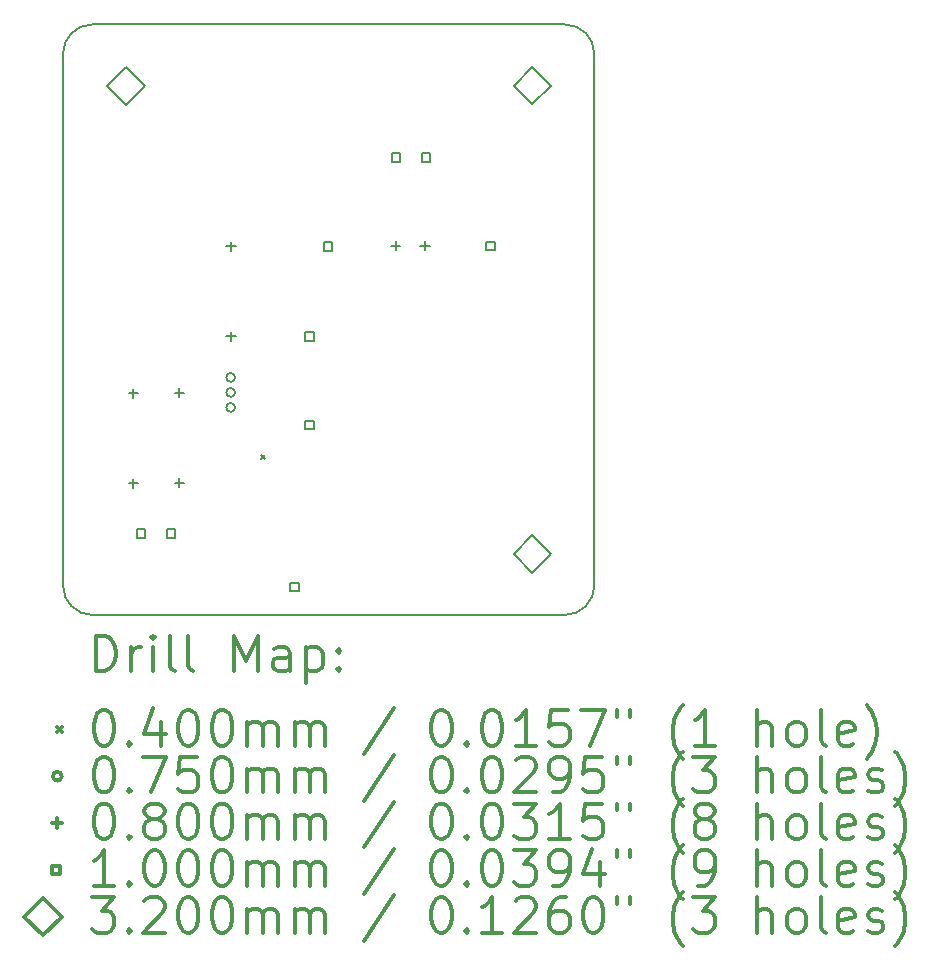
<source format=gbr>
%FSLAX45Y45*%
G04 Gerber Fmt 4.5, Leading zero omitted, Abs format (unit mm)*
G04 Created by KiCad (PCBNEW (5.1.10)-1) date 2023-08-02 14:22:00*
%MOMM*%
%LPD*%
G01*
G04 APERTURE LIST*
%TA.AperFunction,Profile*%
%ADD10C,0.200000*%
%TD*%
%ADD11C,0.200000*%
%ADD12C,0.300000*%
G04 APERTURE END LIST*
D10*
X22489160Y-6578600D02*
G75*
G02*
X22739160Y-6828600I0J-250000D01*
G01*
X18489160Y-11578600D02*
X22489160Y-11578600D01*
X22739160Y-11328600D02*
G75*
G02*
X22489160Y-11578600I-250000J0D01*
G01*
X18239160Y-6828600D02*
X18239160Y-11328600D01*
X22739160Y-11328600D02*
X22739160Y-6828600D01*
X18239160Y-6828600D02*
G75*
G02*
X18489160Y-6578600I250000J0D01*
G01*
X18489160Y-11578600D02*
G75*
G02*
X18239160Y-11328600I0J250000D01*
G01*
X22489160Y-6578600D02*
X18489160Y-6578600D01*
D11*
X19913920Y-10221280D02*
X19953920Y-10261280D01*
X19953920Y-10221280D02*
X19913920Y-10261280D01*
X19697100Y-9568180D02*
G75*
G03*
X19697100Y-9568180I-37500J0D01*
G01*
X19697100Y-9695180D02*
G75*
G03*
X19697100Y-9695180I-37500J0D01*
G01*
X19697100Y-9822180D02*
G75*
G03*
X19697100Y-9822180I-37500J0D01*
G01*
X18836640Y-9662800D02*
X18836640Y-9742800D01*
X18796640Y-9702800D02*
X18876640Y-9702800D01*
X18836640Y-10424800D02*
X18836640Y-10504800D01*
X18796640Y-10464800D02*
X18876640Y-10464800D01*
X19225260Y-9657720D02*
X19225260Y-9737720D01*
X19185260Y-9697720D02*
X19265260Y-9697720D01*
X19225260Y-10419720D02*
X19225260Y-10499720D01*
X19185260Y-10459720D02*
X19265260Y-10459720D01*
X19662140Y-8418200D02*
X19662140Y-8498200D01*
X19622140Y-8458200D02*
X19702140Y-8458200D01*
X19662140Y-9180200D02*
X19662140Y-9260200D01*
X19622140Y-9220200D02*
X19702140Y-9220200D01*
X21056600Y-8413120D02*
X21056600Y-8493120D01*
X21016600Y-8453120D02*
X21096600Y-8453120D01*
X21306600Y-8413120D02*
X21306600Y-8493120D01*
X21266600Y-8453120D02*
X21346600Y-8453120D01*
X18935496Y-10924336D02*
X18935496Y-10853624D01*
X18864784Y-10853624D01*
X18864784Y-10924336D01*
X18935496Y-10924336D01*
X19189496Y-10924336D02*
X19189496Y-10853624D01*
X19118784Y-10853624D01*
X19118784Y-10924336D01*
X19189496Y-10924336D01*
X20235976Y-11376456D02*
X20235976Y-11305744D01*
X20165264Y-11305744D01*
X20165264Y-11376456D01*
X20235976Y-11376456D01*
X20362976Y-9255556D02*
X20362976Y-9184844D01*
X20292264Y-9184844D01*
X20292264Y-9255556D01*
X20362976Y-9255556D01*
X20362976Y-10005556D02*
X20362976Y-9934844D01*
X20292264Y-9934844D01*
X20292264Y-10005556D01*
X20362976Y-10005556D01*
X20520456Y-8496096D02*
X20520456Y-8425384D01*
X20449744Y-8425384D01*
X20449744Y-8496096D01*
X20520456Y-8496096D01*
X21097036Y-7741716D02*
X21097036Y-7671004D01*
X21026324Y-7671004D01*
X21026324Y-7741716D01*
X21097036Y-7741716D01*
X21351036Y-7741716D02*
X21351036Y-7671004D01*
X21280324Y-7671004D01*
X21280324Y-7741716D01*
X21351036Y-7741716D01*
X21894596Y-8491016D02*
X21894596Y-8420304D01*
X21823884Y-8420304D01*
X21823884Y-8491016D01*
X21894596Y-8491016D01*
X18770600Y-7261840D02*
X18930600Y-7101840D01*
X18770600Y-6941840D01*
X18610600Y-7101840D01*
X18770600Y-7261840D01*
X22214840Y-7256760D02*
X22374840Y-7096760D01*
X22214840Y-6936760D01*
X22054840Y-7096760D01*
X22214840Y-7256760D01*
X22214840Y-11224240D02*
X22374840Y-11064240D01*
X22214840Y-10904240D01*
X22054840Y-11064240D01*
X22214840Y-11224240D01*
D12*
X18515588Y-12054314D02*
X18515588Y-11754314D01*
X18587017Y-11754314D01*
X18629874Y-11768600D01*
X18658446Y-11797171D01*
X18672731Y-11825743D01*
X18687017Y-11882886D01*
X18687017Y-11925743D01*
X18672731Y-11982886D01*
X18658446Y-12011457D01*
X18629874Y-12040029D01*
X18587017Y-12054314D01*
X18515588Y-12054314D01*
X18815588Y-12054314D02*
X18815588Y-11854314D01*
X18815588Y-11911457D02*
X18829874Y-11882886D01*
X18844160Y-11868600D01*
X18872731Y-11854314D01*
X18901303Y-11854314D01*
X19001303Y-12054314D02*
X19001303Y-11854314D01*
X19001303Y-11754314D02*
X18987017Y-11768600D01*
X19001303Y-11782886D01*
X19015588Y-11768600D01*
X19001303Y-11754314D01*
X19001303Y-11782886D01*
X19187017Y-12054314D02*
X19158446Y-12040029D01*
X19144160Y-12011457D01*
X19144160Y-11754314D01*
X19344160Y-12054314D02*
X19315588Y-12040029D01*
X19301303Y-12011457D01*
X19301303Y-11754314D01*
X19687017Y-12054314D02*
X19687017Y-11754314D01*
X19787017Y-11968600D01*
X19887017Y-11754314D01*
X19887017Y-12054314D01*
X20158446Y-12054314D02*
X20158446Y-11897171D01*
X20144160Y-11868600D01*
X20115588Y-11854314D01*
X20058446Y-11854314D01*
X20029874Y-11868600D01*
X20158446Y-12040029D02*
X20129874Y-12054314D01*
X20058446Y-12054314D01*
X20029874Y-12040029D01*
X20015588Y-12011457D01*
X20015588Y-11982886D01*
X20029874Y-11954314D01*
X20058446Y-11940029D01*
X20129874Y-11940029D01*
X20158446Y-11925743D01*
X20301303Y-11854314D02*
X20301303Y-12154314D01*
X20301303Y-11868600D02*
X20329874Y-11854314D01*
X20387017Y-11854314D01*
X20415588Y-11868600D01*
X20429874Y-11882886D01*
X20444160Y-11911457D01*
X20444160Y-11997171D01*
X20429874Y-12025743D01*
X20415588Y-12040029D01*
X20387017Y-12054314D01*
X20329874Y-12054314D01*
X20301303Y-12040029D01*
X20572731Y-12025743D02*
X20587017Y-12040029D01*
X20572731Y-12054314D01*
X20558446Y-12040029D01*
X20572731Y-12025743D01*
X20572731Y-12054314D01*
X20572731Y-11868600D02*
X20587017Y-11882886D01*
X20572731Y-11897171D01*
X20558446Y-11882886D01*
X20572731Y-11868600D01*
X20572731Y-11897171D01*
X18189160Y-12528600D02*
X18229160Y-12568600D01*
X18229160Y-12528600D02*
X18189160Y-12568600D01*
X18572731Y-12384314D02*
X18601303Y-12384314D01*
X18629874Y-12398600D01*
X18644160Y-12412886D01*
X18658446Y-12441457D01*
X18672731Y-12498600D01*
X18672731Y-12570029D01*
X18658446Y-12627171D01*
X18644160Y-12655743D01*
X18629874Y-12670029D01*
X18601303Y-12684314D01*
X18572731Y-12684314D01*
X18544160Y-12670029D01*
X18529874Y-12655743D01*
X18515588Y-12627171D01*
X18501303Y-12570029D01*
X18501303Y-12498600D01*
X18515588Y-12441457D01*
X18529874Y-12412886D01*
X18544160Y-12398600D01*
X18572731Y-12384314D01*
X18801303Y-12655743D02*
X18815588Y-12670029D01*
X18801303Y-12684314D01*
X18787017Y-12670029D01*
X18801303Y-12655743D01*
X18801303Y-12684314D01*
X19072731Y-12484314D02*
X19072731Y-12684314D01*
X19001303Y-12370029D02*
X18929874Y-12584314D01*
X19115588Y-12584314D01*
X19287017Y-12384314D02*
X19315588Y-12384314D01*
X19344160Y-12398600D01*
X19358446Y-12412886D01*
X19372731Y-12441457D01*
X19387017Y-12498600D01*
X19387017Y-12570029D01*
X19372731Y-12627171D01*
X19358446Y-12655743D01*
X19344160Y-12670029D01*
X19315588Y-12684314D01*
X19287017Y-12684314D01*
X19258446Y-12670029D01*
X19244160Y-12655743D01*
X19229874Y-12627171D01*
X19215588Y-12570029D01*
X19215588Y-12498600D01*
X19229874Y-12441457D01*
X19244160Y-12412886D01*
X19258446Y-12398600D01*
X19287017Y-12384314D01*
X19572731Y-12384314D02*
X19601303Y-12384314D01*
X19629874Y-12398600D01*
X19644160Y-12412886D01*
X19658446Y-12441457D01*
X19672731Y-12498600D01*
X19672731Y-12570029D01*
X19658446Y-12627171D01*
X19644160Y-12655743D01*
X19629874Y-12670029D01*
X19601303Y-12684314D01*
X19572731Y-12684314D01*
X19544160Y-12670029D01*
X19529874Y-12655743D01*
X19515588Y-12627171D01*
X19501303Y-12570029D01*
X19501303Y-12498600D01*
X19515588Y-12441457D01*
X19529874Y-12412886D01*
X19544160Y-12398600D01*
X19572731Y-12384314D01*
X19801303Y-12684314D02*
X19801303Y-12484314D01*
X19801303Y-12512886D02*
X19815588Y-12498600D01*
X19844160Y-12484314D01*
X19887017Y-12484314D01*
X19915588Y-12498600D01*
X19929874Y-12527171D01*
X19929874Y-12684314D01*
X19929874Y-12527171D02*
X19944160Y-12498600D01*
X19972731Y-12484314D01*
X20015588Y-12484314D01*
X20044160Y-12498600D01*
X20058446Y-12527171D01*
X20058446Y-12684314D01*
X20201303Y-12684314D02*
X20201303Y-12484314D01*
X20201303Y-12512886D02*
X20215588Y-12498600D01*
X20244160Y-12484314D01*
X20287017Y-12484314D01*
X20315588Y-12498600D01*
X20329874Y-12527171D01*
X20329874Y-12684314D01*
X20329874Y-12527171D02*
X20344160Y-12498600D01*
X20372731Y-12484314D01*
X20415588Y-12484314D01*
X20444160Y-12498600D01*
X20458446Y-12527171D01*
X20458446Y-12684314D01*
X21044160Y-12370029D02*
X20787017Y-12755743D01*
X21429874Y-12384314D02*
X21458446Y-12384314D01*
X21487017Y-12398600D01*
X21501303Y-12412886D01*
X21515588Y-12441457D01*
X21529874Y-12498600D01*
X21529874Y-12570029D01*
X21515588Y-12627171D01*
X21501303Y-12655743D01*
X21487017Y-12670029D01*
X21458446Y-12684314D01*
X21429874Y-12684314D01*
X21401303Y-12670029D01*
X21387017Y-12655743D01*
X21372731Y-12627171D01*
X21358446Y-12570029D01*
X21358446Y-12498600D01*
X21372731Y-12441457D01*
X21387017Y-12412886D01*
X21401303Y-12398600D01*
X21429874Y-12384314D01*
X21658446Y-12655743D02*
X21672731Y-12670029D01*
X21658446Y-12684314D01*
X21644160Y-12670029D01*
X21658446Y-12655743D01*
X21658446Y-12684314D01*
X21858446Y-12384314D02*
X21887017Y-12384314D01*
X21915588Y-12398600D01*
X21929874Y-12412886D01*
X21944160Y-12441457D01*
X21958446Y-12498600D01*
X21958446Y-12570029D01*
X21944160Y-12627171D01*
X21929874Y-12655743D01*
X21915588Y-12670029D01*
X21887017Y-12684314D01*
X21858446Y-12684314D01*
X21829874Y-12670029D01*
X21815588Y-12655743D01*
X21801303Y-12627171D01*
X21787017Y-12570029D01*
X21787017Y-12498600D01*
X21801303Y-12441457D01*
X21815588Y-12412886D01*
X21829874Y-12398600D01*
X21858446Y-12384314D01*
X22244160Y-12684314D02*
X22072731Y-12684314D01*
X22158446Y-12684314D02*
X22158446Y-12384314D01*
X22129874Y-12427171D01*
X22101303Y-12455743D01*
X22072731Y-12470029D01*
X22515588Y-12384314D02*
X22372731Y-12384314D01*
X22358446Y-12527171D01*
X22372731Y-12512886D01*
X22401303Y-12498600D01*
X22472731Y-12498600D01*
X22501303Y-12512886D01*
X22515588Y-12527171D01*
X22529874Y-12555743D01*
X22529874Y-12627171D01*
X22515588Y-12655743D01*
X22501303Y-12670029D01*
X22472731Y-12684314D01*
X22401303Y-12684314D01*
X22372731Y-12670029D01*
X22358446Y-12655743D01*
X22629874Y-12384314D02*
X22829874Y-12384314D01*
X22701303Y-12684314D01*
X22929874Y-12384314D02*
X22929874Y-12441457D01*
X23044160Y-12384314D02*
X23044160Y-12441457D01*
X23487017Y-12798600D02*
X23472731Y-12784314D01*
X23444160Y-12741457D01*
X23429874Y-12712886D01*
X23415588Y-12670029D01*
X23401303Y-12598600D01*
X23401303Y-12541457D01*
X23415588Y-12470029D01*
X23429874Y-12427171D01*
X23444160Y-12398600D01*
X23472731Y-12355743D01*
X23487017Y-12341457D01*
X23758446Y-12684314D02*
X23587017Y-12684314D01*
X23672731Y-12684314D02*
X23672731Y-12384314D01*
X23644160Y-12427171D01*
X23615588Y-12455743D01*
X23587017Y-12470029D01*
X24115588Y-12684314D02*
X24115588Y-12384314D01*
X24244160Y-12684314D02*
X24244160Y-12527171D01*
X24229874Y-12498600D01*
X24201303Y-12484314D01*
X24158446Y-12484314D01*
X24129874Y-12498600D01*
X24115588Y-12512886D01*
X24429874Y-12684314D02*
X24401303Y-12670029D01*
X24387017Y-12655743D01*
X24372731Y-12627171D01*
X24372731Y-12541457D01*
X24387017Y-12512886D01*
X24401303Y-12498600D01*
X24429874Y-12484314D01*
X24472731Y-12484314D01*
X24501303Y-12498600D01*
X24515588Y-12512886D01*
X24529874Y-12541457D01*
X24529874Y-12627171D01*
X24515588Y-12655743D01*
X24501303Y-12670029D01*
X24472731Y-12684314D01*
X24429874Y-12684314D01*
X24701303Y-12684314D02*
X24672731Y-12670029D01*
X24658446Y-12641457D01*
X24658446Y-12384314D01*
X24929874Y-12670029D02*
X24901303Y-12684314D01*
X24844160Y-12684314D01*
X24815588Y-12670029D01*
X24801303Y-12641457D01*
X24801303Y-12527171D01*
X24815588Y-12498600D01*
X24844160Y-12484314D01*
X24901303Y-12484314D01*
X24929874Y-12498600D01*
X24944160Y-12527171D01*
X24944160Y-12555743D01*
X24801303Y-12584314D01*
X25044160Y-12798600D02*
X25058446Y-12784314D01*
X25087017Y-12741457D01*
X25101303Y-12712886D01*
X25115588Y-12670029D01*
X25129874Y-12598600D01*
X25129874Y-12541457D01*
X25115588Y-12470029D01*
X25101303Y-12427171D01*
X25087017Y-12398600D01*
X25058446Y-12355743D01*
X25044160Y-12341457D01*
X18229160Y-12944600D02*
G75*
G03*
X18229160Y-12944600I-37500J0D01*
G01*
X18572731Y-12780314D02*
X18601303Y-12780314D01*
X18629874Y-12794600D01*
X18644160Y-12808886D01*
X18658446Y-12837457D01*
X18672731Y-12894600D01*
X18672731Y-12966029D01*
X18658446Y-13023171D01*
X18644160Y-13051743D01*
X18629874Y-13066029D01*
X18601303Y-13080314D01*
X18572731Y-13080314D01*
X18544160Y-13066029D01*
X18529874Y-13051743D01*
X18515588Y-13023171D01*
X18501303Y-12966029D01*
X18501303Y-12894600D01*
X18515588Y-12837457D01*
X18529874Y-12808886D01*
X18544160Y-12794600D01*
X18572731Y-12780314D01*
X18801303Y-13051743D02*
X18815588Y-13066029D01*
X18801303Y-13080314D01*
X18787017Y-13066029D01*
X18801303Y-13051743D01*
X18801303Y-13080314D01*
X18915588Y-12780314D02*
X19115588Y-12780314D01*
X18987017Y-13080314D01*
X19372731Y-12780314D02*
X19229874Y-12780314D01*
X19215588Y-12923171D01*
X19229874Y-12908886D01*
X19258446Y-12894600D01*
X19329874Y-12894600D01*
X19358446Y-12908886D01*
X19372731Y-12923171D01*
X19387017Y-12951743D01*
X19387017Y-13023171D01*
X19372731Y-13051743D01*
X19358446Y-13066029D01*
X19329874Y-13080314D01*
X19258446Y-13080314D01*
X19229874Y-13066029D01*
X19215588Y-13051743D01*
X19572731Y-12780314D02*
X19601303Y-12780314D01*
X19629874Y-12794600D01*
X19644160Y-12808886D01*
X19658446Y-12837457D01*
X19672731Y-12894600D01*
X19672731Y-12966029D01*
X19658446Y-13023171D01*
X19644160Y-13051743D01*
X19629874Y-13066029D01*
X19601303Y-13080314D01*
X19572731Y-13080314D01*
X19544160Y-13066029D01*
X19529874Y-13051743D01*
X19515588Y-13023171D01*
X19501303Y-12966029D01*
X19501303Y-12894600D01*
X19515588Y-12837457D01*
X19529874Y-12808886D01*
X19544160Y-12794600D01*
X19572731Y-12780314D01*
X19801303Y-13080314D02*
X19801303Y-12880314D01*
X19801303Y-12908886D02*
X19815588Y-12894600D01*
X19844160Y-12880314D01*
X19887017Y-12880314D01*
X19915588Y-12894600D01*
X19929874Y-12923171D01*
X19929874Y-13080314D01*
X19929874Y-12923171D02*
X19944160Y-12894600D01*
X19972731Y-12880314D01*
X20015588Y-12880314D01*
X20044160Y-12894600D01*
X20058446Y-12923171D01*
X20058446Y-13080314D01*
X20201303Y-13080314D02*
X20201303Y-12880314D01*
X20201303Y-12908886D02*
X20215588Y-12894600D01*
X20244160Y-12880314D01*
X20287017Y-12880314D01*
X20315588Y-12894600D01*
X20329874Y-12923171D01*
X20329874Y-13080314D01*
X20329874Y-12923171D02*
X20344160Y-12894600D01*
X20372731Y-12880314D01*
X20415588Y-12880314D01*
X20444160Y-12894600D01*
X20458446Y-12923171D01*
X20458446Y-13080314D01*
X21044160Y-12766029D02*
X20787017Y-13151743D01*
X21429874Y-12780314D02*
X21458446Y-12780314D01*
X21487017Y-12794600D01*
X21501303Y-12808886D01*
X21515588Y-12837457D01*
X21529874Y-12894600D01*
X21529874Y-12966029D01*
X21515588Y-13023171D01*
X21501303Y-13051743D01*
X21487017Y-13066029D01*
X21458446Y-13080314D01*
X21429874Y-13080314D01*
X21401303Y-13066029D01*
X21387017Y-13051743D01*
X21372731Y-13023171D01*
X21358446Y-12966029D01*
X21358446Y-12894600D01*
X21372731Y-12837457D01*
X21387017Y-12808886D01*
X21401303Y-12794600D01*
X21429874Y-12780314D01*
X21658446Y-13051743D02*
X21672731Y-13066029D01*
X21658446Y-13080314D01*
X21644160Y-13066029D01*
X21658446Y-13051743D01*
X21658446Y-13080314D01*
X21858446Y-12780314D02*
X21887017Y-12780314D01*
X21915588Y-12794600D01*
X21929874Y-12808886D01*
X21944160Y-12837457D01*
X21958446Y-12894600D01*
X21958446Y-12966029D01*
X21944160Y-13023171D01*
X21929874Y-13051743D01*
X21915588Y-13066029D01*
X21887017Y-13080314D01*
X21858446Y-13080314D01*
X21829874Y-13066029D01*
X21815588Y-13051743D01*
X21801303Y-13023171D01*
X21787017Y-12966029D01*
X21787017Y-12894600D01*
X21801303Y-12837457D01*
X21815588Y-12808886D01*
X21829874Y-12794600D01*
X21858446Y-12780314D01*
X22072731Y-12808886D02*
X22087017Y-12794600D01*
X22115588Y-12780314D01*
X22187017Y-12780314D01*
X22215588Y-12794600D01*
X22229874Y-12808886D01*
X22244160Y-12837457D01*
X22244160Y-12866029D01*
X22229874Y-12908886D01*
X22058446Y-13080314D01*
X22244160Y-13080314D01*
X22387017Y-13080314D02*
X22444160Y-13080314D01*
X22472731Y-13066029D01*
X22487017Y-13051743D01*
X22515588Y-13008886D01*
X22529874Y-12951743D01*
X22529874Y-12837457D01*
X22515588Y-12808886D01*
X22501303Y-12794600D01*
X22472731Y-12780314D01*
X22415588Y-12780314D01*
X22387017Y-12794600D01*
X22372731Y-12808886D01*
X22358446Y-12837457D01*
X22358446Y-12908886D01*
X22372731Y-12937457D01*
X22387017Y-12951743D01*
X22415588Y-12966029D01*
X22472731Y-12966029D01*
X22501303Y-12951743D01*
X22515588Y-12937457D01*
X22529874Y-12908886D01*
X22801303Y-12780314D02*
X22658446Y-12780314D01*
X22644160Y-12923171D01*
X22658446Y-12908886D01*
X22687017Y-12894600D01*
X22758446Y-12894600D01*
X22787017Y-12908886D01*
X22801303Y-12923171D01*
X22815588Y-12951743D01*
X22815588Y-13023171D01*
X22801303Y-13051743D01*
X22787017Y-13066029D01*
X22758446Y-13080314D01*
X22687017Y-13080314D01*
X22658446Y-13066029D01*
X22644160Y-13051743D01*
X22929874Y-12780314D02*
X22929874Y-12837457D01*
X23044160Y-12780314D02*
X23044160Y-12837457D01*
X23487017Y-13194600D02*
X23472731Y-13180314D01*
X23444160Y-13137457D01*
X23429874Y-13108886D01*
X23415588Y-13066029D01*
X23401303Y-12994600D01*
X23401303Y-12937457D01*
X23415588Y-12866029D01*
X23429874Y-12823171D01*
X23444160Y-12794600D01*
X23472731Y-12751743D01*
X23487017Y-12737457D01*
X23572731Y-12780314D02*
X23758446Y-12780314D01*
X23658446Y-12894600D01*
X23701303Y-12894600D01*
X23729874Y-12908886D01*
X23744160Y-12923171D01*
X23758446Y-12951743D01*
X23758446Y-13023171D01*
X23744160Y-13051743D01*
X23729874Y-13066029D01*
X23701303Y-13080314D01*
X23615588Y-13080314D01*
X23587017Y-13066029D01*
X23572731Y-13051743D01*
X24115588Y-13080314D02*
X24115588Y-12780314D01*
X24244160Y-13080314D02*
X24244160Y-12923171D01*
X24229874Y-12894600D01*
X24201303Y-12880314D01*
X24158446Y-12880314D01*
X24129874Y-12894600D01*
X24115588Y-12908886D01*
X24429874Y-13080314D02*
X24401303Y-13066029D01*
X24387017Y-13051743D01*
X24372731Y-13023171D01*
X24372731Y-12937457D01*
X24387017Y-12908886D01*
X24401303Y-12894600D01*
X24429874Y-12880314D01*
X24472731Y-12880314D01*
X24501303Y-12894600D01*
X24515588Y-12908886D01*
X24529874Y-12937457D01*
X24529874Y-13023171D01*
X24515588Y-13051743D01*
X24501303Y-13066029D01*
X24472731Y-13080314D01*
X24429874Y-13080314D01*
X24701303Y-13080314D02*
X24672731Y-13066029D01*
X24658446Y-13037457D01*
X24658446Y-12780314D01*
X24929874Y-13066029D02*
X24901303Y-13080314D01*
X24844160Y-13080314D01*
X24815588Y-13066029D01*
X24801303Y-13037457D01*
X24801303Y-12923171D01*
X24815588Y-12894600D01*
X24844160Y-12880314D01*
X24901303Y-12880314D01*
X24929874Y-12894600D01*
X24944160Y-12923171D01*
X24944160Y-12951743D01*
X24801303Y-12980314D01*
X25058446Y-13066029D02*
X25087017Y-13080314D01*
X25144160Y-13080314D01*
X25172731Y-13066029D01*
X25187017Y-13037457D01*
X25187017Y-13023171D01*
X25172731Y-12994600D01*
X25144160Y-12980314D01*
X25101303Y-12980314D01*
X25072731Y-12966029D01*
X25058446Y-12937457D01*
X25058446Y-12923171D01*
X25072731Y-12894600D01*
X25101303Y-12880314D01*
X25144160Y-12880314D01*
X25172731Y-12894600D01*
X25287017Y-13194600D02*
X25301303Y-13180314D01*
X25329874Y-13137457D01*
X25344160Y-13108886D01*
X25358446Y-13066029D01*
X25372731Y-12994600D01*
X25372731Y-12937457D01*
X25358446Y-12866029D01*
X25344160Y-12823171D01*
X25329874Y-12794600D01*
X25301303Y-12751743D01*
X25287017Y-12737457D01*
X18189160Y-13300600D02*
X18189160Y-13380600D01*
X18149160Y-13340600D02*
X18229160Y-13340600D01*
X18572731Y-13176314D02*
X18601303Y-13176314D01*
X18629874Y-13190600D01*
X18644160Y-13204886D01*
X18658446Y-13233457D01*
X18672731Y-13290600D01*
X18672731Y-13362029D01*
X18658446Y-13419171D01*
X18644160Y-13447743D01*
X18629874Y-13462029D01*
X18601303Y-13476314D01*
X18572731Y-13476314D01*
X18544160Y-13462029D01*
X18529874Y-13447743D01*
X18515588Y-13419171D01*
X18501303Y-13362029D01*
X18501303Y-13290600D01*
X18515588Y-13233457D01*
X18529874Y-13204886D01*
X18544160Y-13190600D01*
X18572731Y-13176314D01*
X18801303Y-13447743D02*
X18815588Y-13462029D01*
X18801303Y-13476314D01*
X18787017Y-13462029D01*
X18801303Y-13447743D01*
X18801303Y-13476314D01*
X18987017Y-13304886D02*
X18958446Y-13290600D01*
X18944160Y-13276314D01*
X18929874Y-13247743D01*
X18929874Y-13233457D01*
X18944160Y-13204886D01*
X18958446Y-13190600D01*
X18987017Y-13176314D01*
X19044160Y-13176314D01*
X19072731Y-13190600D01*
X19087017Y-13204886D01*
X19101303Y-13233457D01*
X19101303Y-13247743D01*
X19087017Y-13276314D01*
X19072731Y-13290600D01*
X19044160Y-13304886D01*
X18987017Y-13304886D01*
X18958446Y-13319171D01*
X18944160Y-13333457D01*
X18929874Y-13362029D01*
X18929874Y-13419171D01*
X18944160Y-13447743D01*
X18958446Y-13462029D01*
X18987017Y-13476314D01*
X19044160Y-13476314D01*
X19072731Y-13462029D01*
X19087017Y-13447743D01*
X19101303Y-13419171D01*
X19101303Y-13362029D01*
X19087017Y-13333457D01*
X19072731Y-13319171D01*
X19044160Y-13304886D01*
X19287017Y-13176314D02*
X19315588Y-13176314D01*
X19344160Y-13190600D01*
X19358446Y-13204886D01*
X19372731Y-13233457D01*
X19387017Y-13290600D01*
X19387017Y-13362029D01*
X19372731Y-13419171D01*
X19358446Y-13447743D01*
X19344160Y-13462029D01*
X19315588Y-13476314D01*
X19287017Y-13476314D01*
X19258446Y-13462029D01*
X19244160Y-13447743D01*
X19229874Y-13419171D01*
X19215588Y-13362029D01*
X19215588Y-13290600D01*
X19229874Y-13233457D01*
X19244160Y-13204886D01*
X19258446Y-13190600D01*
X19287017Y-13176314D01*
X19572731Y-13176314D02*
X19601303Y-13176314D01*
X19629874Y-13190600D01*
X19644160Y-13204886D01*
X19658446Y-13233457D01*
X19672731Y-13290600D01*
X19672731Y-13362029D01*
X19658446Y-13419171D01*
X19644160Y-13447743D01*
X19629874Y-13462029D01*
X19601303Y-13476314D01*
X19572731Y-13476314D01*
X19544160Y-13462029D01*
X19529874Y-13447743D01*
X19515588Y-13419171D01*
X19501303Y-13362029D01*
X19501303Y-13290600D01*
X19515588Y-13233457D01*
X19529874Y-13204886D01*
X19544160Y-13190600D01*
X19572731Y-13176314D01*
X19801303Y-13476314D02*
X19801303Y-13276314D01*
X19801303Y-13304886D02*
X19815588Y-13290600D01*
X19844160Y-13276314D01*
X19887017Y-13276314D01*
X19915588Y-13290600D01*
X19929874Y-13319171D01*
X19929874Y-13476314D01*
X19929874Y-13319171D02*
X19944160Y-13290600D01*
X19972731Y-13276314D01*
X20015588Y-13276314D01*
X20044160Y-13290600D01*
X20058446Y-13319171D01*
X20058446Y-13476314D01*
X20201303Y-13476314D02*
X20201303Y-13276314D01*
X20201303Y-13304886D02*
X20215588Y-13290600D01*
X20244160Y-13276314D01*
X20287017Y-13276314D01*
X20315588Y-13290600D01*
X20329874Y-13319171D01*
X20329874Y-13476314D01*
X20329874Y-13319171D02*
X20344160Y-13290600D01*
X20372731Y-13276314D01*
X20415588Y-13276314D01*
X20444160Y-13290600D01*
X20458446Y-13319171D01*
X20458446Y-13476314D01*
X21044160Y-13162029D02*
X20787017Y-13547743D01*
X21429874Y-13176314D02*
X21458446Y-13176314D01*
X21487017Y-13190600D01*
X21501303Y-13204886D01*
X21515588Y-13233457D01*
X21529874Y-13290600D01*
X21529874Y-13362029D01*
X21515588Y-13419171D01*
X21501303Y-13447743D01*
X21487017Y-13462029D01*
X21458446Y-13476314D01*
X21429874Y-13476314D01*
X21401303Y-13462029D01*
X21387017Y-13447743D01*
X21372731Y-13419171D01*
X21358446Y-13362029D01*
X21358446Y-13290600D01*
X21372731Y-13233457D01*
X21387017Y-13204886D01*
X21401303Y-13190600D01*
X21429874Y-13176314D01*
X21658446Y-13447743D02*
X21672731Y-13462029D01*
X21658446Y-13476314D01*
X21644160Y-13462029D01*
X21658446Y-13447743D01*
X21658446Y-13476314D01*
X21858446Y-13176314D02*
X21887017Y-13176314D01*
X21915588Y-13190600D01*
X21929874Y-13204886D01*
X21944160Y-13233457D01*
X21958446Y-13290600D01*
X21958446Y-13362029D01*
X21944160Y-13419171D01*
X21929874Y-13447743D01*
X21915588Y-13462029D01*
X21887017Y-13476314D01*
X21858446Y-13476314D01*
X21829874Y-13462029D01*
X21815588Y-13447743D01*
X21801303Y-13419171D01*
X21787017Y-13362029D01*
X21787017Y-13290600D01*
X21801303Y-13233457D01*
X21815588Y-13204886D01*
X21829874Y-13190600D01*
X21858446Y-13176314D01*
X22058446Y-13176314D02*
X22244160Y-13176314D01*
X22144160Y-13290600D01*
X22187017Y-13290600D01*
X22215588Y-13304886D01*
X22229874Y-13319171D01*
X22244160Y-13347743D01*
X22244160Y-13419171D01*
X22229874Y-13447743D01*
X22215588Y-13462029D01*
X22187017Y-13476314D01*
X22101303Y-13476314D01*
X22072731Y-13462029D01*
X22058446Y-13447743D01*
X22529874Y-13476314D02*
X22358446Y-13476314D01*
X22444160Y-13476314D02*
X22444160Y-13176314D01*
X22415588Y-13219171D01*
X22387017Y-13247743D01*
X22358446Y-13262029D01*
X22801303Y-13176314D02*
X22658446Y-13176314D01*
X22644160Y-13319171D01*
X22658446Y-13304886D01*
X22687017Y-13290600D01*
X22758446Y-13290600D01*
X22787017Y-13304886D01*
X22801303Y-13319171D01*
X22815588Y-13347743D01*
X22815588Y-13419171D01*
X22801303Y-13447743D01*
X22787017Y-13462029D01*
X22758446Y-13476314D01*
X22687017Y-13476314D01*
X22658446Y-13462029D01*
X22644160Y-13447743D01*
X22929874Y-13176314D02*
X22929874Y-13233457D01*
X23044160Y-13176314D02*
X23044160Y-13233457D01*
X23487017Y-13590600D02*
X23472731Y-13576314D01*
X23444160Y-13533457D01*
X23429874Y-13504886D01*
X23415588Y-13462029D01*
X23401303Y-13390600D01*
X23401303Y-13333457D01*
X23415588Y-13262029D01*
X23429874Y-13219171D01*
X23444160Y-13190600D01*
X23472731Y-13147743D01*
X23487017Y-13133457D01*
X23644160Y-13304886D02*
X23615588Y-13290600D01*
X23601303Y-13276314D01*
X23587017Y-13247743D01*
X23587017Y-13233457D01*
X23601303Y-13204886D01*
X23615588Y-13190600D01*
X23644160Y-13176314D01*
X23701303Y-13176314D01*
X23729874Y-13190600D01*
X23744160Y-13204886D01*
X23758446Y-13233457D01*
X23758446Y-13247743D01*
X23744160Y-13276314D01*
X23729874Y-13290600D01*
X23701303Y-13304886D01*
X23644160Y-13304886D01*
X23615588Y-13319171D01*
X23601303Y-13333457D01*
X23587017Y-13362029D01*
X23587017Y-13419171D01*
X23601303Y-13447743D01*
X23615588Y-13462029D01*
X23644160Y-13476314D01*
X23701303Y-13476314D01*
X23729874Y-13462029D01*
X23744160Y-13447743D01*
X23758446Y-13419171D01*
X23758446Y-13362029D01*
X23744160Y-13333457D01*
X23729874Y-13319171D01*
X23701303Y-13304886D01*
X24115588Y-13476314D02*
X24115588Y-13176314D01*
X24244160Y-13476314D02*
X24244160Y-13319171D01*
X24229874Y-13290600D01*
X24201303Y-13276314D01*
X24158446Y-13276314D01*
X24129874Y-13290600D01*
X24115588Y-13304886D01*
X24429874Y-13476314D02*
X24401303Y-13462029D01*
X24387017Y-13447743D01*
X24372731Y-13419171D01*
X24372731Y-13333457D01*
X24387017Y-13304886D01*
X24401303Y-13290600D01*
X24429874Y-13276314D01*
X24472731Y-13276314D01*
X24501303Y-13290600D01*
X24515588Y-13304886D01*
X24529874Y-13333457D01*
X24529874Y-13419171D01*
X24515588Y-13447743D01*
X24501303Y-13462029D01*
X24472731Y-13476314D01*
X24429874Y-13476314D01*
X24701303Y-13476314D02*
X24672731Y-13462029D01*
X24658446Y-13433457D01*
X24658446Y-13176314D01*
X24929874Y-13462029D02*
X24901303Y-13476314D01*
X24844160Y-13476314D01*
X24815588Y-13462029D01*
X24801303Y-13433457D01*
X24801303Y-13319171D01*
X24815588Y-13290600D01*
X24844160Y-13276314D01*
X24901303Y-13276314D01*
X24929874Y-13290600D01*
X24944160Y-13319171D01*
X24944160Y-13347743D01*
X24801303Y-13376314D01*
X25058446Y-13462029D02*
X25087017Y-13476314D01*
X25144160Y-13476314D01*
X25172731Y-13462029D01*
X25187017Y-13433457D01*
X25187017Y-13419171D01*
X25172731Y-13390600D01*
X25144160Y-13376314D01*
X25101303Y-13376314D01*
X25072731Y-13362029D01*
X25058446Y-13333457D01*
X25058446Y-13319171D01*
X25072731Y-13290600D01*
X25101303Y-13276314D01*
X25144160Y-13276314D01*
X25172731Y-13290600D01*
X25287017Y-13590600D02*
X25301303Y-13576314D01*
X25329874Y-13533457D01*
X25344160Y-13504886D01*
X25358446Y-13462029D01*
X25372731Y-13390600D01*
X25372731Y-13333457D01*
X25358446Y-13262029D01*
X25344160Y-13219171D01*
X25329874Y-13190600D01*
X25301303Y-13147743D01*
X25287017Y-13133457D01*
X18214516Y-13771956D02*
X18214516Y-13701244D01*
X18143804Y-13701244D01*
X18143804Y-13771956D01*
X18214516Y-13771956D01*
X18672731Y-13872314D02*
X18501303Y-13872314D01*
X18587017Y-13872314D02*
X18587017Y-13572314D01*
X18558446Y-13615171D01*
X18529874Y-13643743D01*
X18501303Y-13658029D01*
X18801303Y-13843743D02*
X18815588Y-13858029D01*
X18801303Y-13872314D01*
X18787017Y-13858029D01*
X18801303Y-13843743D01*
X18801303Y-13872314D01*
X19001303Y-13572314D02*
X19029874Y-13572314D01*
X19058446Y-13586600D01*
X19072731Y-13600886D01*
X19087017Y-13629457D01*
X19101303Y-13686600D01*
X19101303Y-13758029D01*
X19087017Y-13815171D01*
X19072731Y-13843743D01*
X19058446Y-13858029D01*
X19029874Y-13872314D01*
X19001303Y-13872314D01*
X18972731Y-13858029D01*
X18958446Y-13843743D01*
X18944160Y-13815171D01*
X18929874Y-13758029D01*
X18929874Y-13686600D01*
X18944160Y-13629457D01*
X18958446Y-13600886D01*
X18972731Y-13586600D01*
X19001303Y-13572314D01*
X19287017Y-13572314D02*
X19315588Y-13572314D01*
X19344160Y-13586600D01*
X19358446Y-13600886D01*
X19372731Y-13629457D01*
X19387017Y-13686600D01*
X19387017Y-13758029D01*
X19372731Y-13815171D01*
X19358446Y-13843743D01*
X19344160Y-13858029D01*
X19315588Y-13872314D01*
X19287017Y-13872314D01*
X19258446Y-13858029D01*
X19244160Y-13843743D01*
X19229874Y-13815171D01*
X19215588Y-13758029D01*
X19215588Y-13686600D01*
X19229874Y-13629457D01*
X19244160Y-13600886D01*
X19258446Y-13586600D01*
X19287017Y-13572314D01*
X19572731Y-13572314D02*
X19601303Y-13572314D01*
X19629874Y-13586600D01*
X19644160Y-13600886D01*
X19658446Y-13629457D01*
X19672731Y-13686600D01*
X19672731Y-13758029D01*
X19658446Y-13815171D01*
X19644160Y-13843743D01*
X19629874Y-13858029D01*
X19601303Y-13872314D01*
X19572731Y-13872314D01*
X19544160Y-13858029D01*
X19529874Y-13843743D01*
X19515588Y-13815171D01*
X19501303Y-13758029D01*
X19501303Y-13686600D01*
X19515588Y-13629457D01*
X19529874Y-13600886D01*
X19544160Y-13586600D01*
X19572731Y-13572314D01*
X19801303Y-13872314D02*
X19801303Y-13672314D01*
X19801303Y-13700886D02*
X19815588Y-13686600D01*
X19844160Y-13672314D01*
X19887017Y-13672314D01*
X19915588Y-13686600D01*
X19929874Y-13715171D01*
X19929874Y-13872314D01*
X19929874Y-13715171D02*
X19944160Y-13686600D01*
X19972731Y-13672314D01*
X20015588Y-13672314D01*
X20044160Y-13686600D01*
X20058446Y-13715171D01*
X20058446Y-13872314D01*
X20201303Y-13872314D02*
X20201303Y-13672314D01*
X20201303Y-13700886D02*
X20215588Y-13686600D01*
X20244160Y-13672314D01*
X20287017Y-13672314D01*
X20315588Y-13686600D01*
X20329874Y-13715171D01*
X20329874Y-13872314D01*
X20329874Y-13715171D02*
X20344160Y-13686600D01*
X20372731Y-13672314D01*
X20415588Y-13672314D01*
X20444160Y-13686600D01*
X20458446Y-13715171D01*
X20458446Y-13872314D01*
X21044160Y-13558029D02*
X20787017Y-13943743D01*
X21429874Y-13572314D02*
X21458446Y-13572314D01*
X21487017Y-13586600D01*
X21501303Y-13600886D01*
X21515588Y-13629457D01*
X21529874Y-13686600D01*
X21529874Y-13758029D01*
X21515588Y-13815171D01*
X21501303Y-13843743D01*
X21487017Y-13858029D01*
X21458446Y-13872314D01*
X21429874Y-13872314D01*
X21401303Y-13858029D01*
X21387017Y-13843743D01*
X21372731Y-13815171D01*
X21358446Y-13758029D01*
X21358446Y-13686600D01*
X21372731Y-13629457D01*
X21387017Y-13600886D01*
X21401303Y-13586600D01*
X21429874Y-13572314D01*
X21658446Y-13843743D02*
X21672731Y-13858029D01*
X21658446Y-13872314D01*
X21644160Y-13858029D01*
X21658446Y-13843743D01*
X21658446Y-13872314D01*
X21858446Y-13572314D02*
X21887017Y-13572314D01*
X21915588Y-13586600D01*
X21929874Y-13600886D01*
X21944160Y-13629457D01*
X21958446Y-13686600D01*
X21958446Y-13758029D01*
X21944160Y-13815171D01*
X21929874Y-13843743D01*
X21915588Y-13858029D01*
X21887017Y-13872314D01*
X21858446Y-13872314D01*
X21829874Y-13858029D01*
X21815588Y-13843743D01*
X21801303Y-13815171D01*
X21787017Y-13758029D01*
X21787017Y-13686600D01*
X21801303Y-13629457D01*
X21815588Y-13600886D01*
X21829874Y-13586600D01*
X21858446Y-13572314D01*
X22058446Y-13572314D02*
X22244160Y-13572314D01*
X22144160Y-13686600D01*
X22187017Y-13686600D01*
X22215588Y-13700886D01*
X22229874Y-13715171D01*
X22244160Y-13743743D01*
X22244160Y-13815171D01*
X22229874Y-13843743D01*
X22215588Y-13858029D01*
X22187017Y-13872314D01*
X22101303Y-13872314D01*
X22072731Y-13858029D01*
X22058446Y-13843743D01*
X22387017Y-13872314D02*
X22444160Y-13872314D01*
X22472731Y-13858029D01*
X22487017Y-13843743D01*
X22515588Y-13800886D01*
X22529874Y-13743743D01*
X22529874Y-13629457D01*
X22515588Y-13600886D01*
X22501303Y-13586600D01*
X22472731Y-13572314D01*
X22415588Y-13572314D01*
X22387017Y-13586600D01*
X22372731Y-13600886D01*
X22358446Y-13629457D01*
X22358446Y-13700886D01*
X22372731Y-13729457D01*
X22387017Y-13743743D01*
X22415588Y-13758029D01*
X22472731Y-13758029D01*
X22501303Y-13743743D01*
X22515588Y-13729457D01*
X22529874Y-13700886D01*
X22787017Y-13672314D02*
X22787017Y-13872314D01*
X22715588Y-13558029D02*
X22644160Y-13772314D01*
X22829874Y-13772314D01*
X22929874Y-13572314D02*
X22929874Y-13629457D01*
X23044160Y-13572314D02*
X23044160Y-13629457D01*
X23487017Y-13986600D02*
X23472731Y-13972314D01*
X23444160Y-13929457D01*
X23429874Y-13900886D01*
X23415588Y-13858029D01*
X23401303Y-13786600D01*
X23401303Y-13729457D01*
X23415588Y-13658029D01*
X23429874Y-13615171D01*
X23444160Y-13586600D01*
X23472731Y-13543743D01*
X23487017Y-13529457D01*
X23615588Y-13872314D02*
X23672731Y-13872314D01*
X23701303Y-13858029D01*
X23715588Y-13843743D01*
X23744160Y-13800886D01*
X23758446Y-13743743D01*
X23758446Y-13629457D01*
X23744160Y-13600886D01*
X23729874Y-13586600D01*
X23701303Y-13572314D01*
X23644160Y-13572314D01*
X23615588Y-13586600D01*
X23601303Y-13600886D01*
X23587017Y-13629457D01*
X23587017Y-13700886D01*
X23601303Y-13729457D01*
X23615588Y-13743743D01*
X23644160Y-13758029D01*
X23701303Y-13758029D01*
X23729874Y-13743743D01*
X23744160Y-13729457D01*
X23758446Y-13700886D01*
X24115588Y-13872314D02*
X24115588Y-13572314D01*
X24244160Y-13872314D02*
X24244160Y-13715171D01*
X24229874Y-13686600D01*
X24201303Y-13672314D01*
X24158446Y-13672314D01*
X24129874Y-13686600D01*
X24115588Y-13700886D01*
X24429874Y-13872314D02*
X24401303Y-13858029D01*
X24387017Y-13843743D01*
X24372731Y-13815171D01*
X24372731Y-13729457D01*
X24387017Y-13700886D01*
X24401303Y-13686600D01*
X24429874Y-13672314D01*
X24472731Y-13672314D01*
X24501303Y-13686600D01*
X24515588Y-13700886D01*
X24529874Y-13729457D01*
X24529874Y-13815171D01*
X24515588Y-13843743D01*
X24501303Y-13858029D01*
X24472731Y-13872314D01*
X24429874Y-13872314D01*
X24701303Y-13872314D02*
X24672731Y-13858029D01*
X24658446Y-13829457D01*
X24658446Y-13572314D01*
X24929874Y-13858029D02*
X24901303Y-13872314D01*
X24844160Y-13872314D01*
X24815588Y-13858029D01*
X24801303Y-13829457D01*
X24801303Y-13715171D01*
X24815588Y-13686600D01*
X24844160Y-13672314D01*
X24901303Y-13672314D01*
X24929874Y-13686600D01*
X24944160Y-13715171D01*
X24944160Y-13743743D01*
X24801303Y-13772314D01*
X25058446Y-13858029D02*
X25087017Y-13872314D01*
X25144160Y-13872314D01*
X25172731Y-13858029D01*
X25187017Y-13829457D01*
X25187017Y-13815171D01*
X25172731Y-13786600D01*
X25144160Y-13772314D01*
X25101303Y-13772314D01*
X25072731Y-13758029D01*
X25058446Y-13729457D01*
X25058446Y-13715171D01*
X25072731Y-13686600D01*
X25101303Y-13672314D01*
X25144160Y-13672314D01*
X25172731Y-13686600D01*
X25287017Y-13986600D02*
X25301303Y-13972314D01*
X25329874Y-13929457D01*
X25344160Y-13900886D01*
X25358446Y-13858029D01*
X25372731Y-13786600D01*
X25372731Y-13729457D01*
X25358446Y-13658029D01*
X25344160Y-13615171D01*
X25329874Y-13586600D01*
X25301303Y-13543743D01*
X25287017Y-13529457D01*
X18069160Y-14292600D02*
X18229160Y-14132600D01*
X18069160Y-13972600D01*
X17909160Y-14132600D01*
X18069160Y-14292600D01*
X18487017Y-13968314D02*
X18672731Y-13968314D01*
X18572731Y-14082600D01*
X18615588Y-14082600D01*
X18644160Y-14096886D01*
X18658446Y-14111171D01*
X18672731Y-14139743D01*
X18672731Y-14211171D01*
X18658446Y-14239743D01*
X18644160Y-14254029D01*
X18615588Y-14268314D01*
X18529874Y-14268314D01*
X18501303Y-14254029D01*
X18487017Y-14239743D01*
X18801303Y-14239743D02*
X18815588Y-14254029D01*
X18801303Y-14268314D01*
X18787017Y-14254029D01*
X18801303Y-14239743D01*
X18801303Y-14268314D01*
X18929874Y-13996886D02*
X18944160Y-13982600D01*
X18972731Y-13968314D01*
X19044160Y-13968314D01*
X19072731Y-13982600D01*
X19087017Y-13996886D01*
X19101303Y-14025457D01*
X19101303Y-14054029D01*
X19087017Y-14096886D01*
X18915588Y-14268314D01*
X19101303Y-14268314D01*
X19287017Y-13968314D02*
X19315588Y-13968314D01*
X19344160Y-13982600D01*
X19358446Y-13996886D01*
X19372731Y-14025457D01*
X19387017Y-14082600D01*
X19387017Y-14154029D01*
X19372731Y-14211171D01*
X19358446Y-14239743D01*
X19344160Y-14254029D01*
X19315588Y-14268314D01*
X19287017Y-14268314D01*
X19258446Y-14254029D01*
X19244160Y-14239743D01*
X19229874Y-14211171D01*
X19215588Y-14154029D01*
X19215588Y-14082600D01*
X19229874Y-14025457D01*
X19244160Y-13996886D01*
X19258446Y-13982600D01*
X19287017Y-13968314D01*
X19572731Y-13968314D02*
X19601303Y-13968314D01*
X19629874Y-13982600D01*
X19644160Y-13996886D01*
X19658446Y-14025457D01*
X19672731Y-14082600D01*
X19672731Y-14154029D01*
X19658446Y-14211171D01*
X19644160Y-14239743D01*
X19629874Y-14254029D01*
X19601303Y-14268314D01*
X19572731Y-14268314D01*
X19544160Y-14254029D01*
X19529874Y-14239743D01*
X19515588Y-14211171D01*
X19501303Y-14154029D01*
X19501303Y-14082600D01*
X19515588Y-14025457D01*
X19529874Y-13996886D01*
X19544160Y-13982600D01*
X19572731Y-13968314D01*
X19801303Y-14268314D02*
X19801303Y-14068314D01*
X19801303Y-14096886D02*
X19815588Y-14082600D01*
X19844160Y-14068314D01*
X19887017Y-14068314D01*
X19915588Y-14082600D01*
X19929874Y-14111171D01*
X19929874Y-14268314D01*
X19929874Y-14111171D02*
X19944160Y-14082600D01*
X19972731Y-14068314D01*
X20015588Y-14068314D01*
X20044160Y-14082600D01*
X20058446Y-14111171D01*
X20058446Y-14268314D01*
X20201303Y-14268314D02*
X20201303Y-14068314D01*
X20201303Y-14096886D02*
X20215588Y-14082600D01*
X20244160Y-14068314D01*
X20287017Y-14068314D01*
X20315588Y-14082600D01*
X20329874Y-14111171D01*
X20329874Y-14268314D01*
X20329874Y-14111171D02*
X20344160Y-14082600D01*
X20372731Y-14068314D01*
X20415588Y-14068314D01*
X20444160Y-14082600D01*
X20458446Y-14111171D01*
X20458446Y-14268314D01*
X21044160Y-13954029D02*
X20787017Y-14339743D01*
X21429874Y-13968314D02*
X21458446Y-13968314D01*
X21487017Y-13982600D01*
X21501303Y-13996886D01*
X21515588Y-14025457D01*
X21529874Y-14082600D01*
X21529874Y-14154029D01*
X21515588Y-14211171D01*
X21501303Y-14239743D01*
X21487017Y-14254029D01*
X21458446Y-14268314D01*
X21429874Y-14268314D01*
X21401303Y-14254029D01*
X21387017Y-14239743D01*
X21372731Y-14211171D01*
X21358446Y-14154029D01*
X21358446Y-14082600D01*
X21372731Y-14025457D01*
X21387017Y-13996886D01*
X21401303Y-13982600D01*
X21429874Y-13968314D01*
X21658446Y-14239743D02*
X21672731Y-14254029D01*
X21658446Y-14268314D01*
X21644160Y-14254029D01*
X21658446Y-14239743D01*
X21658446Y-14268314D01*
X21958446Y-14268314D02*
X21787017Y-14268314D01*
X21872731Y-14268314D02*
X21872731Y-13968314D01*
X21844160Y-14011171D01*
X21815588Y-14039743D01*
X21787017Y-14054029D01*
X22072731Y-13996886D02*
X22087017Y-13982600D01*
X22115588Y-13968314D01*
X22187017Y-13968314D01*
X22215588Y-13982600D01*
X22229874Y-13996886D01*
X22244160Y-14025457D01*
X22244160Y-14054029D01*
X22229874Y-14096886D01*
X22058446Y-14268314D01*
X22244160Y-14268314D01*
X22501303Y-13968314D02*
X22444160Y-13968314D01*
X22415588Y-13982600D01*
X22401303Y-13996886D01*
X22372731Y-14039743D01*
X22358446Y-14096886D01*
X22358446Y-14211171D01*
X22372731Y-14239743D01*
X22387017Y-14254029D01*
X22415588Y-14268314D01*
X22472731Y-14268314D01*
X22501303Y-14254029D01*
X22515588Y-14239743D01*
X22529874Y-14211171D01*
X22529874Y-14139743D01*
X22515588Y-14111171D01*
X22501303Y-14096886D01*
X22472731Y-14082600D01*
X22415588Y-14082600D01*
X22387017Y-14096886D01*
X22372731Y-14111171D01*
X22358446Y-14139743D01*
X22715588Y-13968314D02*
X22744160Y-13968314D01*
X22772731Y-13982600D01*
X22787017Y-13996886D01*
X22801303Y-14025457D01*
X22815588Y-14082600D01*
X22815588Y-14154029D01*
X22801303Y-14211171D01*
X22787017Y-14239743D01*
X22772731Y-14254029D01*
X22744160Y-14268314D01*
X22715588Y-14268314D01*
X22687017Y-14254029D01*
X22672731Y-14239743D01*
X22658446Y-14211171D01*
X22644160Y-14154029D01*
X22644160Y-14082600D01*
X22658446Y-14025457D01*
X22672731Y-13996886D01*
X22687017Y-13982600D01*
X22715588Y-13968314D01*
X22929874Y-13968314D02*
X22929874Y-14025457D01*
X23044160Y-13968314D02*
X23044160Y-14025457D01*
X23487017Y-14382600D02*
X23472731Y-14368314D01*
X23444160Y-14325457D01*
X23429874Y-14296886D01*
X23415588Y-14254029D01*
X23401303Y-14182600D01*
X23401303Y-14125457D01*
X23415588Y-14054029D01*
X23429874Y-14011171D01*
X23444160Y-13982600D01*
X23472731Y-13939743D01*
X23487017Y-13925457D01*
X23572731Y-13968314D02*
X23758446Y-13968314D01*
X23658446Y-14082600D01*
X23701303Y-14082600D01*
X23729874Y-14096886D01*
X23744160Y-14111171D01*
X23758446Y-14139743D01*
X23758446Y-14211171D01*
X23744160Y-14239743D01*
X23729874Y-14254029D01*
X23701303Y-14268314D01*
X23615588Y-14268314D01*
X23587017Y-14254029D01*
X23572731Y-14239743D01*
X24115588Y-14268314D02*
X24115588Y-13968314D01*
X24244160Y-14268314D02*
X24244160Y-14111171D01*
X24229874Y-14082600D01*
X24201303Y-14068314D01*
X24158446Y-14068314D01*
X24129874Y-14082600D01*
X24115588Y-14096886D01*
X24429874Y-14268314D02*
X24401303Y-14254029D01*
X24387017Y-14239743D01*
X24372731Y-14211171D01*
X24372731Y-14125457D01*
X24387017Y-14096886D01*
X24401303Y-14082600D01*
X24429874Y-14068314D01*
X24472731Y-14068314D01*
X24501303Y-14082600D01*
X24515588Y-14096886D01*
X24529874Y-14125457D01*
X24529874Y-14211171D01*
X24515588Y-14239743D01*
X24501303Y-14254029D01*
X24472731Y-14268314D01*
X24429874Y-14268314D01*
X24701303Y-14268314D02*
X24672731Y-14254029D01*
X24658446Y-14225457D01*
X24658446Y-13968314D01*
X24929874Y-14254029D02*
X24901303Y-14268314D01*
X24844160Y-14268314D01*
X24815588Y-14254029D01*
X24801303Y-14225457D01*
X24801303Y-14111171D01*
X24815588Y-14082600D01*
X24844160Y-14068314D01*
X24901303Y-14068314D01*
X24929874Y-14082600D01*
X24944160Y-14111171D01*
X24944160Y-14139743D01*
X24801303Y-14168314D01*
X25058446Y-14254029D02*
X25087017Y-14268314D01*
X25144160Y-14268314D01*
X25172731Y-14254029D01*
X25187017Y-14225457D01*
X25187017Y-14211171D01*
X25172731Y-14182600D01*
X25144160Y-14168314D01*
X25101303Y-14168314D01*
X25072731Y-14154029D01*
X25058446Y-14125457D01*
X25058446Y-14111171D01*
X25072731Y-14082600D01*
X25101303Y-14068314D01*
X25144160Y-14068314D01*
X25172731Y-14082600D01*
X25287017Y-14382600D02*
X25301303Y-14368314D01*
X25329874Y-14325457D01*
X25344160Y-14296886D01*
X25358446Y-14254029D01*
X25372731Y-14182600D01*
X25372731Y-14125457D01*
X25358446Y-14054029D01*
X25344160Y-14011171D01*
X25329874Y-13982600D01*
X25301303Y-13939743D01*
X25287017Y-13925457D01*
M02*

</source>
